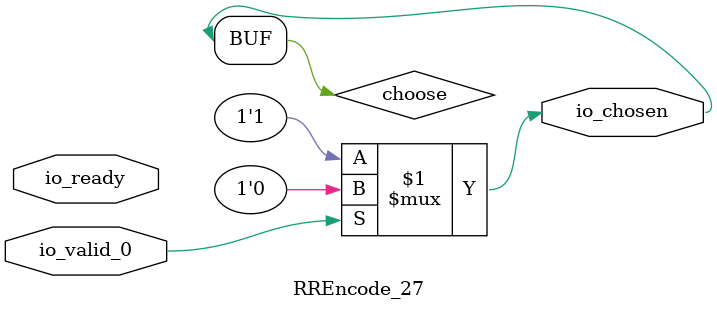
<source format=v>
module RREncode_27(
    input  io_valid_0,
    output io_chosen,
    input  io_ready);
  wire choose;
  assign io_chosen = choose;
  assign choose = io_valid_0 ? 1'h0 : 1'h1;
endmodule
</source>
